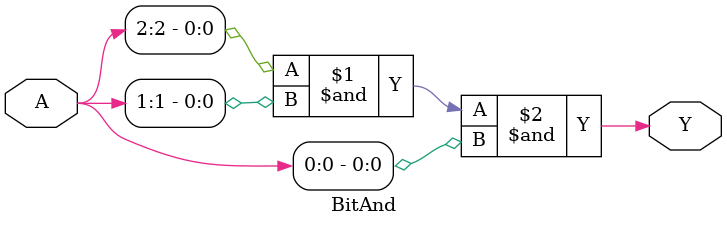
<source format=v>
`timescale 1ns/1ns

module BitAnd (A,Y);

    input [2:0] A;
    output Y;

    assign Y = (A[2]) & (A[1]) & (A[0]);
    
endmodule
</source>
